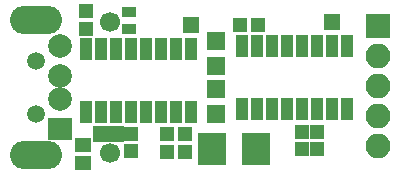
<source format=gbr>
G04 #@! TF.FileFunction,Soldermask,Top*
%FSLAX46Y46*%
G04 Gerber Fmt 4.6, Leading zero omitted, Abs format (unit mm)*
G04 Created by KiCad (PCBNEW 4.0.7-e2-6376~61~ubuntu18.04.1) date Fri Aug 31 14:25:44 2018*
%MOMM*%
%LPD*%
G01*
G04 APERTURE LIST*
%ADD10C,0.100000*%
%ADD11R,1.000000X1.900000*%
%ADD12R,2.100000X2.100000*%
%ADD13O,2.100000X2.100000*%
%ADD14R,2.400000X2.800000*%
%ADD15R,1.200000X1.150000*%
%ADD16R,1.150000X1.200000*%
%ADD17R,1.300000X0.900000*%
%ADD18C,1.500000*%
%ADD19C,2.000000*%
%ADD20R,2.000000X1.900000*%
%ADD21O,4.400000X2.400000*%
%ADD22R,1.350000X1.275000*%
%ADD23R,1.600000X1.600000*%
%ADD24R,1.400000X1.400000*%
%ADD25C,1.700000*%
G04 APERTURE END LIST*
D10*
D11*
X107061000Y-94902000D03*
X108331000Y-94902000D03*
X109601000Y-94902000D03*
X110871000Y-94902000D03*
X112141000Y-94902000D03*
X113411000Y-94902000D03*
X114681000Y-94902000D03*
X115951000Y-94902000D03*
X115951000Y-89502000D03*
X114681000Y-89502000D03*
X113411000Y-89502000D03*
X112141000Y-89502000D03*
X110871000Y-89502000D03*
X109601000Y-89502000D03*
X108331000Y-89502000D03*
X107061000Y-89502000D03*
D12*
X131826000Y-87630000D03*
D13*
X131826000Y-90170000D03*
X131826000Y-92710000D03*
X131826000Y-95250000D03*
X131826000Y-97790000D03*
D11*
X120269000Y-94648000D03*
X121539000Y-94648000D03*
X122809000Y-94648000D03*
X124079000Y-94648000D03*
X125349000Y-94648000D03*
X126619000Y-94648000D03*
X127889000Y-94648000D03*
X129159000Y-94648000D03*
X129159000Y-89248000D03*
X127889000Y-89248000D03*
X126619000Y-89248000D03*
X125349000Y-89248000D03*
X124079000Y-89248000D03*
X122809000Y-89248000D03*
X121539000Y-89248000D03*
X120269000Y-89248000D03*
D14*
X117784000Y-98044000D03*
X121484000Y-98044000D03*
D15*
X113931000Y-98298000D03*
X115431000Y-98298000D03*
D16*
X110871000Y-96709800D03*
X110871000Y-98209800D03*
D15*
X113931000Y-96774000D03*
X115431000Y-96774000D03*
D16*
X107061000Y-86346600D03*
X107061000Y-87846600D03*
D15*
X120154000Y-87503000D03*
X121654000Y-87503000D03*
D16*
X126619000Y-96532000D03*
X126619000Y-98032000D03*
X125349000Y-96532000D03*
X125349000Y-98032000D03*
D17*
X110744000Y-87872000D03*
X110744000Y-86372000D03*
D18*
X102800000Y-90550000D03*
X102800000Y-95050000D03*
D19*
X104900000Y-91800000D03*
X104900000Y-89300000D03*
X104900000Y-93800000D03*
D20*
X104900000Y-96300000D03*
D21*
X102800000Y-98500000D03*
X102800000Y-87100000D03*
D22*
X106807000Y-99212500D03*
X106807000Y-97637500D03*
D23*
X118110000Y-88816000D03*
X118110000Y-91016000D03*
X118110000Y-95080000D03*
X118110000Y-92880000D03*
D24*
X109601000Y-96774000D03*
X108331000Y-96774000D03*
X127889000Y-87249000D03*
X115951000Y-87503000D03*
D25*
X109100000Y-87255000D03*
X109100000Y-98345000D03*
M02*

</source>
